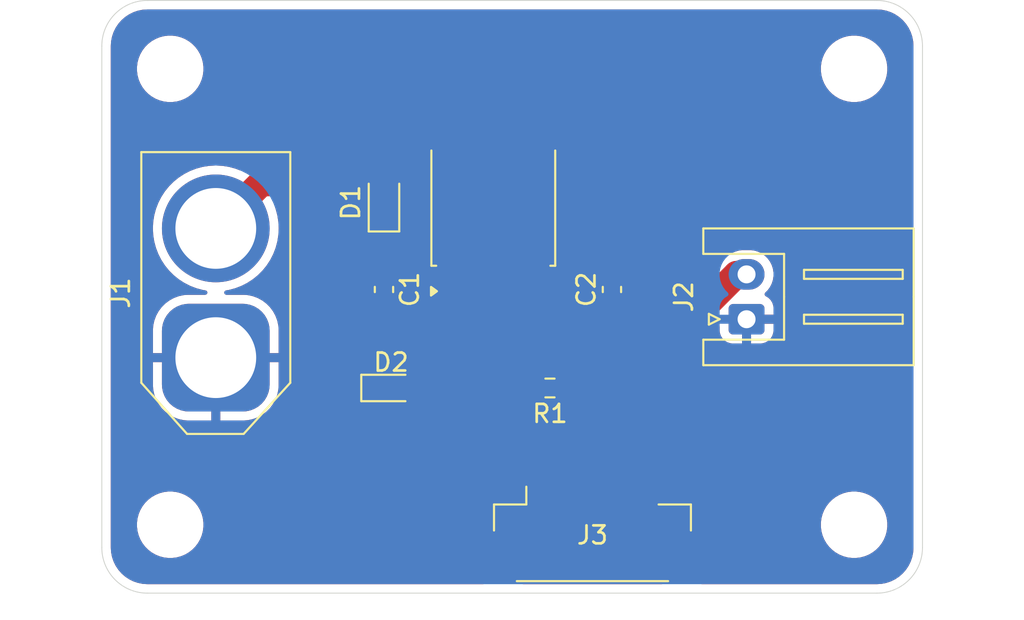
<source format=kicad_pcb>
(kicad_pcb (version 20240108) (generator "pcbnew") (generator_version "8.0")
  (layers (0 "F.Cu" signal) (31 "B.Cu" signal) (34 "B.Paste" user) (35 "F.Paste" user) (36 "B.SilkS" user "B.Silkscreen") (37 "F.SilkS" user "F.Silkscreen") (38 "B.Mask" user) (39 "F.Mask" user) (44 "Edge.Cuts" user))
  (net 0 "")
  (net 1 "LiPo in")
  (net 2 "GND")
  (net 3 "5V")
  (net 4 "Net-(D1-A)")
  (net 5 "Net-(D2-A)")
  (footprint "MountingHole:MountingHole_3.2mm_M3" (layer "F.Cu") (at 85.09 87.63)
    (property "Reference" "REF**" (hide yes))
    (property "Value" "MountingHole_3.2mm_M3")
    (pad "" np_thru_hole circle (at 0 0) (size 3.2 3.2) (drill 3.2) (layers "F&B.Cu" "*.Mask"))
  )
  (footprint "Resistor_SMD:R_0603_1608Metric_Pad0.98x0.95mm_HandSolder" (layer "F.Cu") (at 106.2475 80.01 180)
    (property "Reference" "R1" (at 0 -1.43 180) (layer "F.SilkS"))
    (property "Value" "100")
    (fp_line (start -0.254724 0.5225) (end 0.254724 0.5225) (stroke (width 0.12)) (layer "F.SilkS"))
    (fp_line (start -0.254724 -0.5225) (end 0.254724 -0.5225) (stroke (width 0.12)) (layer "F.SilkS"))
    (pad "1" smd roundrect (at -0.9125 0 180) (size 0.975 0.95) (layers "F.Cu" "F.Paste" "F.Mask") (net 3 "5V"))
    (pad "2" smd roundrect (at 0.9125 0 180) (size 0.975 0.95) (layers "F.Cu" "F.Paste" "F.Mask") (net 5 "Net-(D2-A)"))
  )
  (footprint "Connector_JST:JST_GH_SM06B-GHS-TB_1x06-1MP_P1.25mm_Horizontal" (layer "F.Cu") (at 108.615 88.21)
    (property "Reference" "J3" (at 0 0 360) (layer "F.SilkS"))
    (property "Value" "Conn_01x06")
    (fp_line (start -5.485 -1.71) (end -3.685 -1.71) (stroke (width 0.12)) (layer "F.SilkS"))
    (fp_line (start -5.485 -0.26) (end -5.485 -1.71) (stroke (width 0.12)) (layer "F.SilkS"))
    (fp_line (start -4.215 2.56) (end 4.215 2.56) (stroke (width 0.12)) (layer "F.SilkS"))
    (fp_line (start -3.685 -1.71) (end -3.685 -2.7) (stroke (width 0.12)) (layer "F.SilkS"))
    (fp_line (start 5.485 -1.71) (end 3.685 -1.71) (stroke (width 0.12)) (layer "F.SilkS"))
    (fp_line (start 5.485 -0.26) (end 5.485 -1.71) (stroke (width 0.12)) (layer "F.SilkS"))
    (pad "1" smd roundrect (at -3.125 -1.85) (size 0.6 1.7) (layers "F.Cu" "F.Paste" "F.Mask") (net 3 "5V"))
    (pad "2" smd roundrect (at -1.875 -1.85) (size 0.6 1.7) (layers "F.Cu" "F.Paste" "F.Mask") (net 3 "5V"))
    (pad "3" smd roundrect (at -0.625 -1.85) (size 0.6 1.7) (layers "F.Cu" "F.Paste" "F.Mask"))
    (pad "4" smd roundrect (at 0.625 -1.85) (size 0.6 1.7) (layers "F.Cu" "F.Paste" "F.Mask"))
    (pad "5" smd roundrect (at 1.875 -1.85) (size 0.6 1.7) (layers "F.Cu" "F.Paste" "F.Mask") (net 2 "GND"))
    (pad "6" smd roundrect (at 3.125 -1.85) (size 0.6 1.7) (layers "F.Cu" "F.Paste" "F.Mask") (net 2 "GND"))
    (pad "MP" smd roundrect (at -4.975 1.35) (size 1 2.7) (layers "F.Cu" "F.Paste" "F.Mask"))
    (pad "MP" smd roundrect (at 4.975 1.35) (size 1 2.7) (layers "F.Cu" "F.Paste" "F.Mask"))
  )
  (footprint "Package_TO_SOT_SMD:TO-252-2" (layer "F.Cu") (at 103.09 69.89 90)
    (property "Reference" "U1" (hide yes))
    (property "Value" "KA78M05_TO252")
    (fp_line (start 3.11 -3.45) (end -3.31 -3.45) (stroke (width 0.12)) (layer "F.SilkS"))
    (fp_line (start -3.31 -3.45) (end -3.31 -3.18) (stroke (width 0.12)) (layer "F.SilkS"))
    (fp_line (start 3.11 3.45) (end -3.31 3.45) (stroke (width 0.12)) (layer "F.SilkS"))
    (fp_line (start -3.31 3.45) (end -3.31 3.18) (stroke (width 0.12)) (layer "F.SilkS"))
    (fp_poly (pts (xy -4.73 -3.14) (xy -4.97 -3.47) (xy -4.49 -3.47) (xy -4.73 -3.14)) (stroke (width 0.12)) (fill solid) (layer "F.SilkS"))
    (pad "1" smd roundrect (at -5.04 -2.28 90) (size 2.2 1.2) (layers "F.Cu" "F.Paste" "F.Mask") (roundrect_rratio 0.208333) (net 1 "LiPo in"))
    (pad "2" smd roundrect (at -0.415 -1.525 90) (size 3.05 2.75) (layers "F.Cu" "F.Paste") (roundrect_rratio 0.090909) (net 2 "GND"))
    (pad "2" smd roundrect (at -0.415 1.525 90) (size 3.05 2.75) (layers "F.Cu" "F.Paste") (roundrect_rratio 0.090909) (net 2 "GND"))
    (pad "2" smd roundrect (at 1.26 0 90) (size 6.4 5.8) (layers "F.Cu" "F.Mask") (roundrect_rratio 0.043103) (net 2 "GND"))
    (pad "2" smd roundrect (at 2.935 -1.525 90) (size 3.05 2.75) (layers "F.Cu" "F.Paste") (roundrect_rratio 0.090909) (net 2 "GND"))
    (pad "2" smd roundrect (at 2.935 1.525 90) (size 3.05 2.75) (layers "F.Cu" "F.Paste") (roundrect_rratio 0.090909) (net 2 "GND"))
    (pad "3" smd roundrect (at -5.04 2.28 90) (size 2.2 1.2) (layers "F.Cu" "F.Paste" "F.Mask") (roundrect_rratio 0.208333) (net 3 "5V"))
  )
  (footprint "Connector_JST:JST_XH_S2B-XH-A_1x02_P2.50mm_Horizontal" (layer "F.Cu") (at 117.2 76.18 90)
    (property "Reference" "J2" (at 1.25 -3.5 -90) (layer "F.SilkS"))
    (property "Value" "Conn_01x02")
    (fp_line (start 5.06 -2.41) (end 3.64 -2.41) (stroke (width 0.12)) (layer "F.SilkS"))
    (fp_line (start 3.64 -2.41) (end 3.64 2.09) (stroke (width 0.12)) (layer "F.SilkS"))
    (fp_line (start -1.14 -2.41) (end -1.14 2.09) (stroke (width 0.12)) (layer "F.SilkS"))
    (fp_line (start -2.56 -2.41) (end -1.14 -2.41) (stroke (width 0.12)) (layer "F.SilkS"))
    (fp_line (start 0.3 -2.1) (end 0 -1.5) (stroke (width 0.12)) (layer "F.SilkS"))
    (fp_line (start -0.3 -2.1) (end 0.3 -2.1) (stroke (width 0.12)) (layer "F.SilkS"))
    (fp_line (start 0 -1.5) (end -0.3 -2.1) (stroke (width 0.12)) (layer "F.SilkS"))
    (fp_line (start 3.64 2.09) (end 1.25 2.09) (stroke (width 0.12)) (layer "F.SilkS"))
    (fp_line (start -1.14 2.09) (end 1.25 2.09) (stroke (width 0.12)) (layer "F.SilkS"))
    (fp_line (start 2.75 3.2) (end 2.25 3.2) (stroke (width 0.12)) (layer "F.SilkS"))
    (fp_line (start 2.25 3.2) (end 2.25 8.7) (stroke (width 0.12)) (layer "F.SilkS"))
    (fp_line (start 0.25 3.2) (end -0.25 3.2) (stroke (width 0.12)) (layer "F.SilkS"))
    (fp_line (start -0.25 3.2) (end -0.25 8.7) (stroke (width 0.12)) (layer "F.SilkS"))
    (fp_line (start 2.75 8.7) (end 2.75 3.2) (stroke (width 0.12)) (layer "F.SilkS"))
    (fp_line (start 2.25 8.7) (end 2.75 8.7) (stroke (width 0.12)) (layer "F.SilkS"))
    (fp_line (start 0.25 8.7) (end 0.25 3.2) (stroke (width 0.12)) (layer "F.SilkS"))
    (fp_line (start -0.25 8.7) (end 0.25 8.7) (stroke (width 0.12)) (layer "F.SilkS"))
    (fp_line (start 5.06 9.31) (end 5.06 -2.41) (stroke (width 0.12)) (layer "F.SilkS"))
    (fp_line (start 1.25 9.31) (end 5.06 9.31) (stroke (width 0.12)) (layer "F.SilkS"))
    (fp_line (start 1.25 9.31) (end -2.56 9.31) (stroke (width 0.12)) (layer "F.SilkS"))
    (fp_line (start -2.56 9.31) (end -2.56 -2.41) (stroke (width 0.12)) (layer "F.SilkS"))
    (pad "1" thru_hole roundrect (at 0 0 90) (size 1.7 2) (drill 1) (layers "*.Cu" "*.Mask") (roundrect_rratio 0.147059) (net 2 "GND"))
    (pad "2" thru_hole oval (at 2.5 0 90) (size 1.7 2) (drill 1) (layers "*.Cu" "*.Mask") (net 3 "5V"))
  )
  (footprint "Diode_SMD:D_0603_1608Metric_Pad1.05x0.95mm_HandSolder" (layer "F.Cu") (at 97.395 80.01)
    (property "Reference" "D2" (at 0 -1.43 0) (layer "F.SilkS"))
    (property "Value" "LED")
    (fp_line (start -1.66 -0.735) (end -1.66 0.735) (stroke (width 0.12)) (layer "F.SilkS"))
    (fp_line (start -1.66 0.735) (end 0.8 0.735) (stroke (width 0.12)) (layer "F.SilkS"))
    (fp_line (start 0.8 -0.735) (end -1.66 -0.735) (stroke (width 0.12)) (layer "F.SilkS"))
    (pad "1" smd roundrect (at -0.875 0) (size 1.05 0.95) (layers "F.Cu" "F.Paste" "F.Mask") (net 2 "GND"))
    (pad "2" smd roundrect (at 0.875 0) (size 1.05 0.95) (layers "F.Cu" "F.Paste" "F.Mask") (net 5 "Net-(D2-A)"))
  )
  (footprint "Capacitor_SMD:C_0603_1608Metric_Pad1.08x0.95mm_HandSolder" (layer "F.Cu") (at 97 74.5225 -90)
    (property "Reference" "C1" (at 0 -1.43 90) (layer "F.SilkS"))
    (property "Value" "1uF")
    (fp_line (start -0.146267 0.51) (end 0.146267 0.51) (stroke (width 0.12)) (layer "F.SilkS"))
    (fp_line (start -0.146267 -0.51) (end 0.146267 -0.51) (stroke (width 0.12)) (layer "F.SilkS"))
    (pad "1" smd roundrect (at -0.8625 0 270) (size 1.075 0.95) (layers "F.Cu" "F.Paste" "F.Mask") (net 1 "LiPo in"))
    (pad "2" smd roundrect (at 0.8625 0 270) (size 1.075 0.95) (layers "F.Cu" "F.Paste" "F.Mask") (net 2 "GND"))
  )
  (footprint "MountingHole:MountingHole_3.2mm_M3" (layer "F.Cu") (at 123.19 87.63)
    (property "Reference" "REF**" (hide yes))
    (property "Value" "MountingHole_3.2mm_M3")
    (pad "" np_thru_hole circle (at 0 0) (size 3.2 3.2) (drill 3.2) (layers "F&B.Cu" "*.Mask"))
  )
  (footprint "Connector_AMASS:AMASS_XT60-F_1x02_P7.20mm_Vertical" (layer "F.Cu") (at 87.63 78.32 90)
    (property "Reference" "J1" (at 3.6 -5.3 -90) (layer "F.SilkS"))
    (property "Value" "Conn_01x02")
    (fp_line (start 11.45 -4.15) (end -1.4 -4.15) (stroke (width 0.12)) (layer "F.SilkS"))
    (fp_line (start -1.4 -4.15) (end -4.25 -1.6) (stroke (width 0.12)) (layer "F.SilkS"))
    (fp_line (start -4.25 -1.6) (end -4.25 1.55) (stroke (width 0.12)) (layer "F.SilkS"))
    (fp_line (start -4.25 1.55) (end -1.4 4.15) (stroke (width 0.12)) (layer "F.SilkS"))
    (fp_line (start 11.45 4.15) (end 11.45 -4.15) (stroke (width 0.12)) (layer "F.SilkS"))
    (fp_line (start -1.4 4.15) (end 11.45 4.15) (stroke (width 0.12)) (layer "F.SilkS"))
    (pad "1" thru_hole roundrect (at 0 0 90) (size 6 6) (drill 4.5) (layers "*.Cu" "*.Mask") (net 2 "GND"))
    (pad "2" thru_hole circle (at 7.2 0 90) (size 6 6) (drill 4.5) (layers "*.Cu" "*.Mask") (net 4 "Net-(D1-A)"))
  )
  (footprint "Diode_SMD:D_SOD-323F" (layer "F.Cu") (at 97 69.68 90)
    (property "Reference" "D1" (at 0 -1.85 -90) (layer "F.SilkS"))
    (property "Value" "D")
    (fp_line (start -1.61 -0.85) (end 1.05 -0.85) (stroke (width 0.12)) (layer "F.SilkS"))
    (fp_line (start -1.61 -0.85) (end -1.61 0.85) (stroke (width 0.12)) (layer "F.SilkS"))
    (fp_line (start -1.61 0.85) (end 1.05 0.85) (stroke (width 0.12)) (layer "F.SilkS"))
    (pad "1" smd roundrect (at -1.1 0 90) (size 1.2 1) (layers "F.Cu" "F.Paste" "F.Mask") (net 1 "LiPo in"))
    (pad "2" smd roundrect (at 1.1 0 90) (size 1.2 1) (layers "F.Cu" "F.Paste" "F.Mask") (net 4 "Net-(D1-A)"))
  )
  (footprint "MountingHole:MountingHole_3.2mm_M3" (layer "F.Cu") (at 85.09 62.23)
    (property "Reference" "REF**" (hide yes))
    (property "Value" "MountingHole_3.2mm_M3")
    (pad "" np_thru_hole circle (at 0 0) (size 3.2 3.2) (drill 3.2) (layers "*.Cu" "*.Mask"))
  )
  (footprint "MountingHole:MountingHole_3.2mm_M3" (layer "F.Cu") (at 123.19 62.23)
    (property "Reference" "REF**" (hide yes))
    (property "Value" "MountingHole_3.2mm_M3")
    (pad "" np_thru_hole circle (at 0 0) (size 3.2 3.2) (drill 3.2) (layers "F&B.Cu" "*.Mask"))
  )
  (footprint "Capacitor_SMD:C_0603_1608Metric_Pad1.08x0.95mm_HandSolder" (layer "F.Cu") (at 109.7 74.5225 90)
    (property "Reference" "C2" (at 0 -1.43 -90) (layer "F.SilkS"))
    (property "Value" "0.1uF")
    (fp_line (start -0.146267 -0.51) (end 0.146267 -0.51) (stroke (width 0.12)) (layer "F.SilkS"))
    (fp_line (start -0.146267 0.51) (end 0.146267 0.51) (stroke (width 0.12)) (layer "F.SilkS"))
    (pad "1" smd roundrect (at -0.8625 0 90) (size 1.075 0.95) (layers "F.Cu" "F.Paste" "F.Mask") (net 3 "5V"))
    (pad "2" smd roundrect (at 0.8625 0 90) (size 1.075 0.95) (layers "F.Cu" "F.Paste" "F.Mask") (net 2 "GND"))
  )
  (gr_arc (start 124.46 58.42) (mid 126.256051 59.163949) (end 127 60.96) (stroke (width 0.05)) (layer "Edge.Cuts"))
  (gr_line (start 127 60.96) (end 127 88.9) (stroke (width 0.05)) (layer "Edge.Cuts"))
  (gr_arc (start 127 88.9) (mid 126.256051 90.696051) (end 124.46 91.44) (stroke (width 0.05)) (layer "Edge.Cuts"))
  (gr_line (start 81.28 88.9) (end 81.28 60.96) (stroke (width 0.05)) (layer "Edge.Cuts"))
  (gr_arc (start 83.82 91.44) (mid 82.023949 90.696051) (end 81.28 88.9) (stroke (width 0.05)) (layer "Edge.Cuts"))
  (gr_line (start 83.82 91.44) (end 124.46 91.44) (stroke (width 0.05)) (layer "Edge.Cuts"))
  (gr_arc (start 81.28 60.96) (mid 82.023949 59.163949) (end 83.82 58.42) (stroke (width 0.05)) (layer "Edge.Cuts"))
  (gr_line (start 83.82 58.42) (end 124.46 58.42) (stroke (width 0.05)) (layer "Edge.Cuts"))
  (segment (start 97 73.66) (end 99.54 73.66) (width 1.5) (layer "F.Cu") (net 1))
  (segment (start 99.54 73.66) (end 100.81 74.93) (width 1.5) (layer "F.Cu") (net 1))
  (segment (start 97 70.78) (end 97 73.66) (width 1.5) (layer "F.Cu") (net 1))
  (segment (start 109.7 79.64346) (end 106.74 82.60346) (width 1.5) (layer "F.Cu") (net 3))
  (segment (start 107.16 80.01) (end 109.33346 80.01) (width 1.5) (layer "F.Cu") (net 3))
  (segment (start 114.941016 75.385) (end 116.646016 73.68) (width 1.5) (layer "F.Cu") (net 3))
  (segment (start 106.74 82.60346) (end 106.74 86.36) (width 1.5) (layer "F.Cu") (net 3))
  (segment (start 109.7 75.385) (end 114.941016 75.385) (width 1.5) (layer "F.Cu") (net 3))
  (segment (start 105.825 75.385) (end 109.7 75.385) (width 1.5) (layer "F.Cu") (net 3))
  (segment (start 105.37 74.93) (end 105.825 75.385) (width 1.5) (layer "F.Cu") (net 3))
  (segment (start 109.33346 80.01) (end 109.7 79.64346) (width 1.5) (layer "F.Cu") (net 3))
  (segment (start 105.49 86.36) (end 106.74 86.36) (width 1.5) (layer "F.Cu") (net 3))
  (segment (start 109.7 75.385) (end 109.7 79.64346) (width 1.5) (layer "F.Cu") (net 3))
  (segment (start 116.646016 73.68) (end 117.2 73.68) (width 1.5) (layer "F.Cu") (net 3))
  (segment (start 87.63 71.12) (end 90.17 68.58) (width 1.5) (layer "F.Cu") (net 4))
  (segment (start 90.17 68.58) (end 97 68.58) (width 1.5) (layer "F.Cu") (net 4))
  (segment (start 105.335 80.01) (end 98.27 80.01) (width 1.5) (layer "F.Cu") (net 5))
  (zone (net 2) (net_name "GND") (layers "F&B.Cu") (connect_pads (clearance 0.5)) (min_thickness 0.25) (fill yes (thermal_gap 0.5) (thermal_bridge_width 0.5))
    (polygon (pts (xy 81.28 58.42) (xy 81.28 91.44) (xy 127 91.44) (xy 127 58.42) (xy 80.01 58.42)))
  )
)
</source>
